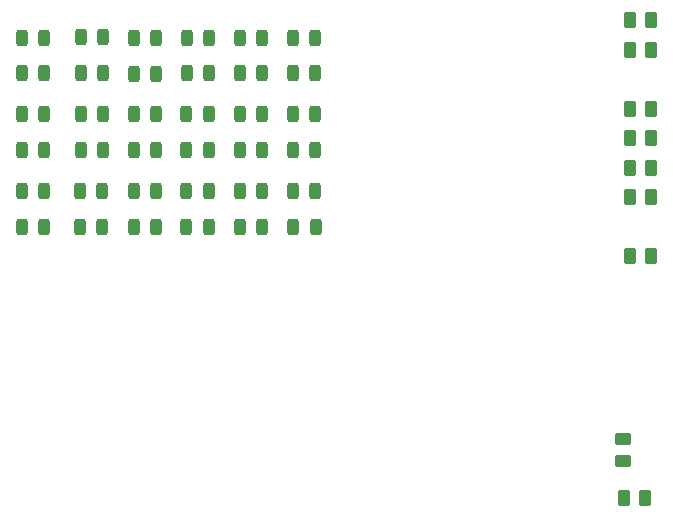
<source format=gbr>
%TF.GenerationSoftware,KiCad,Pcbnew,8.0.1*%
%TF.CreationDate,2024-05-11T19:31:04-03:00*%
%TF.ProjectId,business-card-pi-pico,62757369-6e65-4737-932d-636172642d70,rev?*%
%TF.SameCoordinates,Original*%
%TF.FileFunction,Paste,Top*%
%TF.FilePolarity,Positive*%
%FSLAX46Y46*%
G04 Gerber Fmt 4.6, Leading zero omitted, Abs format (unit mm)*
G04 Created by KiCad (PCBNEW 8.0.1) date 2024-05-11 19:31:04*
%MOMM*%
%LPD*%
G01*
G04 APERTURE LIST*
G04 Aperture macros list*
%AMRoundRect*
0 Rectangle with rounded corners*
0 $1 Rounding radius*
0 $2 $3 $4 $5 $6 $7 $8 $9 X,Y pos of 4 corners*
0 Add a 4 corners polygon primitive as box body*
4,1,4,$2,$3,$4,$5,$6,$7,$8,$9,$2,$3,0*
0 Add four circle primitives for the rounded corners*
1,1,$1+$1,$2,$3*
1,1,$1+$1,$4,$5*
1,1,$1+$1,$6,$7*
1,1,$1+$1,$8,$9*
0 Add four rect primitives between the rounded corners*
20,1,$1+$1,$2,$3,$4,$5,0*
20,1,$1+$1,$4,$5,$6,$7,0*
20,1,$1+$1,$6,$7,$8,$9,0*
20,1,$1+$1,$8,$9,$2,$3,0*%
G04 Aperture macros list end*
%ADD10RoundRect,0.243750X-0.243750X-0.456250X0.243750X-0.456250X0.243750X0.456250X-0.243750X0.456250X0*%
%ADD11RoundRect,0.250000X0.262500X0.450000X-0.262500X0.450000X-0.262500X-0.450000X0.262500X-0.450000X0*%
%ADD12RoundRect,0.243750X0.243750X0.456250X-0.243750X0.456250X-0.243750X-0.456250X0.243750X-0.456250X0*%
%ADD13RoundRect,0.250000X-0.262500X-0.450000X0.262500X-0.450000X0.262500X0.450000X-0.262500X0.450000X0*%
%ADD14RoundRect,0.250000X0.450000X-0.262500X0.450000X0.262500X-0.450000X0.262500X-0.450000X-0.262500X0*%
G04 APERTURE END LIST*
D10*
%TO.C,D27*%
X108625000Y-63960000D03*
X110500000Y-63960000D03*
%TD*%
%TO.C,D33*%
X103625000Y-63960000D03*
X105500000Y-63960000D03*
%TD*%
D11*
%TO.C,R1*%
X156912500Y-56000000D03*
X155087500Y-56000000D03*
%TD*%
D10*
%TO.C,D5*%
X126562500Y-70500000D03*
X128437500Y-70500000D03*
%TD*%
D12*
%TO.C,D1*%
X128437500Y-57500000D03*
X126562500Y-57500000D03*
%TD*%
D10*
%TO.C,D12*%
X117625000Y-57500000D03*
X119500000Y-57500000D03*
%TD*%
D12*
%TO.C,D16*%
X119437500Y-67040000D03*
X117562500Y-67040000D03*
%TD*%
%TO.C,D4*%
X128437500Y-67000000D03*
X126562500Y-67000000D03*
%TD*%
%TO.C,D7*%
X123937500Y-57500000D03*
X122062500Y-57500000D03*
%TD*%
%TO.C,D6*%
X128500000Y-73500000D03*
X126625000Y-73500000D03*
%TD*%
%TO.C,D14*%
X119500000Y-60500000D03*
X117625000Y-60500000D03*
%TD*%
%TO.C,D22*%
X119437500Y-73500000D03*
X117562500Y-73500000D03*
%TD*%
D13*
%TO.C,R8*%
X154587500Y-96500000D03*
X156412500Y-96500000D03*
%TD*%
D10*
%TO.C,D35*%
X103625000Y-70500000D03*
X105500000Y-70500000D03*
%TD*%
D11*
%TO.C,R3*%
X156912500Y-63500000D03*
X155087500Y-63500000D03*
%TD*%
D12*
%TO.C,D30*%
X110437500Y-73500000D03*
X108562500Y-73500000D03*
%TD*%
%TO.C,D9*%
X124000000Y-64000000D03*
X122125000Y-64000000D03*
%TD*%
D11*
%TO.C,R4*%
X156912500Y-66000000D03*
X155087500Y-66000000D03*
%TD*%
D12*
%TO.C,D36*%
X105500000Y-73540000D03*
X103625000Y-73540000D03*
%TD*%
%TO.C,D23*%
X115000000Y-57500000D03*
X113125000Y-57500000D03*
%TD*%
%TO.C,D17*%
X115000000Y-64000000D03*
X113125000Y-64000000D03*
%TD*%
D10*
%TO.C,D8*%
X122125000Y-60500000D03*
X124000000Y-60500000D03*
%TD*%
D12*
%TO.C,D34*%
X105500000Y-67000000D03*
X103625000Y-67000000D03*
%TD*%
D10*
%TO.C,D19*%
X113125000Y-70500000D03*
X115000000Y-70500000D03*
%TD*%
%TO.C,D10*%
X122125000Y-67040000D03*
X124000000Y-67040000D03*
%TD*%
D12*
%TO.C,D20*%
X115000000Y-73540000D03*
X113125000Y-73540000D03*
%TD*%
D11*
%TO.C,R2*%
X156912500Y-58500000D03*
X155087500Y-58500000D03*
%TD*%
%TO.C,R6*%
X156912500Y-71000000D03*
X155087500Y-71000000D03*
%TD*%
D10*
%TO.C,D29*%
X108562500Y-70500000D03*
X110437500Y-70500000D03*
%TD*%
%TO.C,D21*%
X117562500Y-70500000D03*
X119437500Y-70500000D03*
%TD*%
D14*
%TO.C,R9*%
X154500000Y-93325000D03*
X154500000Y-91500000D03*
%TD*%
D10*
%TO.C,D11*%
X122125000Y-70500000D03*
X124000000Y-70500000D03*
%TD*%
D12*
%TO.C,D31*%
X105500000Y-57500000D03*
X103625000Y-57500000D03*
%TD*%
%TO.C,D26*%
X110500000Y-60500000D03*
X108625000Y-60500000D03*
%TD*%
D10*
%TO.C,D24*%
X113125000Y-60540000D03*
X115000000Y-60540000D03*
%TD*%
%TO.C,D2*%
X126562500Y-60500000D03*
X128437500Y-60500000D03*
%TD*%
%TO.C,D18*%
X113125000Y-67040000D03*
X115000000Y-67040000D03*
%TD*%
D11*
%TO.C,R5*%
X156912500Y-68500000D03*
X155087500Y-68500000D03*
%TD*%
D10*
%TO.C,D32*%
X103625000Y-60500000D03*
X105500000Y-60500000D03*
%TD*%
%TO.C,D3*%
X126562500Y-64000000D03*
X128437500Y-64000000D03*
%TD*%
%TO.C,D25*%
X108625000Y-57460000D03*
X110500000Y-57460000D03*
%TD*%
D12*
%TO.C,D28*%
X110500000Y-67000000D03*
X108625000Y-67000000D03*
%TD*%
D11*
%TO.C,R7*%
X156912500Y-76000000D03*
X155087500Y-76000000D03*
%TD*%
D12*
%TO.C,D13*%
X123937500Y-73500000D03*
X122062500Y-73500000D03*
%TD*%
D10*
%TO.C,D15*%
X117562500Y-64000000D03*
X119437500Y-64000000D03*
%TD*%
M02*

</source>
